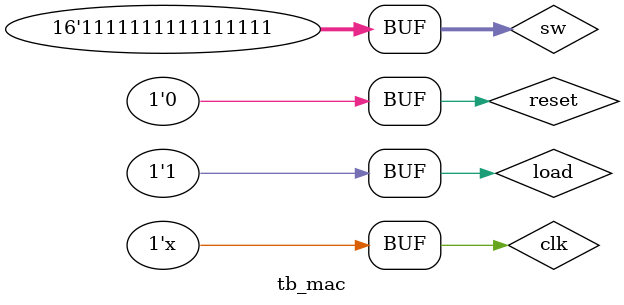
<source format=v>
`timescale 1ns / 1ps


module tb_mac(

    );
    reg clk = 0, load, reset; //clk, btnC, btnU
    reg [15:0] sw;
    wire done; // dp 
    wire [15:0] led;
    wire [3:0] an;
    wire [6:0] seg;

    
    mac uut(clk, load, reset, sw, done, led, an, seg); 
    
    always #5 clk = ~clk;
    
    initial begin
    sw = 16'hffff;

    reset = 0;
    load = 1;
    
    #4000;
    load = 0;
    reset = 1;
    
    #100;
    reset = 0;
    load = 1;
    
    
    end
    
endmodule

</source>
